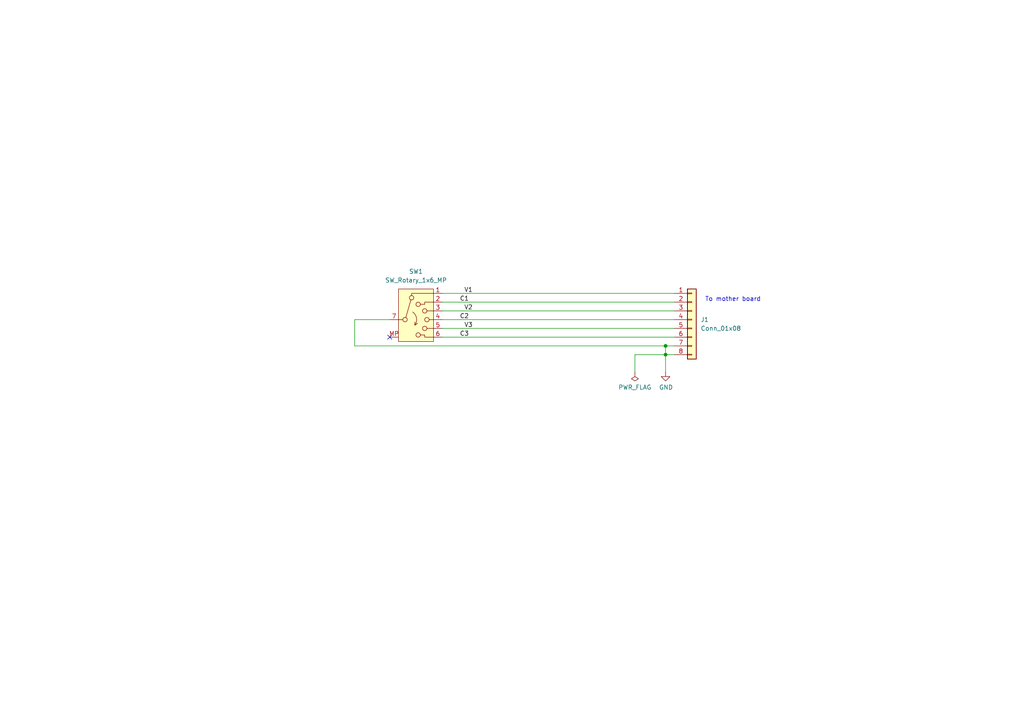
<source format=kicad_sch>
(kicad_sch (version 20231120) (generator "eeschema") (generator_version "8.0")
  (paper "A4")
  (title_block (title "Vibrato / Chorus Rotary Switch Selector") (date "2024-11-12"))
  (lib_symbols
    (symbol "Connector_Generic:Conn_01x08" (pin_names (offset 1.016) hide)
      (property "Reference" "J" (at 0 10.16 0))
      (property "Value" "Conn_01x08" (at 0 -12.7 0))
      (symbol "Conn_01x08_1_1"
        (rectangle (start -1.27 -10.033) (end 0 -10.287) (stroke (width 0.1524)))
        (rectangle (start -1.27 -7.493) (end 0 -7.747) (stroke (width 0.1524)))
        (rectangle (start -1.27 -4.953) (end 0 -5.207) (stroke (width 0.1524)))
        (rectangle (start -1.27 -2.413) (end 0 -2.667) (stroke (width 0.1524)))
        (rectangle (start -1.27 0.127) (end 0 -0.127) (stroke (width 0.1524)))
        (rectangle (start -1.27 2.667) (end 0 2.413) (stroke (width 0.1524)))
        (rectangle (start -1.27 5.207) (end 0 4.953) (stroke (width 0.1524)))
        (rectangle (start -1.27 7.747) (end 0 7.493) (stroke (width 0.1524)))
        (rectangle (start -1.27 8.89) (end 1.27 -11.43) (stroke (width 0.254)) (fill (type background)))
        (pin passive line (at -5.08 7.62 0) (length 3.81) (name "Pin_1") (number "1"))
        (pin passive line (at -5.08 5.08 0) (length 3.81) (name "Pin_2") (number "2"))
        (pin passive line (at -5.08 2.54 0) (length 3.81) (name "Pin_3") (number "3"))
        (pin passive line (at -5.08 0 0) (length 3.81) (name "Pin_4") (number "4"))
        (pin passive line (at -5.08 -2.54 0) (length 3.81) (name "Pin_5") (number "5"))
        (pin passive line (at -5.08 -5.08 0) (length 3.81) (name "Pin_6") (number "6"))
        (pin passive line (at -5.08 -7.62 0) (length 3.81) (name "Pin_7") (number "7"))
        (pin passive line (at -5.08 -10.16 0) (length 3.81) (name "Pin_8") (number "8"))
      )
    )
    (symbol "Switch:SW_Rotary_1x6_MP" (pin_names hide)
      (property "Reference" "SW" (at 0 10.16 0))
      (property "Value" "SW_Rotary_1x6_MP" (at 8.89 -7.62 0))
      (symbol "SW_Rotary_1x6_MP_0_1"
        (circle (center -3.175 0) (radius 0.635))
        (circle (center -1.27 6.35) (radius 0.635))
        (arc (start -0.3176 -1.5875) (mid 0.154 0.449) (end -0.9526 2.2225))
        (polyline (pts (xy -5.08 0) (xy -3.81 0)))
        (polyline (pts (xy -2.9464 0.6096) (xy -1.4732 5.7404)))
        (polyline (pts (xy -0.3176 -1.5875) (xy -0.3176 -1.5875)))
        (polyline (pts (xy -0.3176 -1.5875) (xy -0.3176 -0.6985)))
        (polyline (pts (xy -0.3176 -1.5875) (xy 0.4444 -1.0795)))
        (polyline (pts (xy 5.08 -2.54) (xy 3.175 -2.54)))
        (polyline (pts (xy 5.08 0) (xy 3.81 0)))
        (polyline (pts (xy 5.08 2.54) (xy 3.175 2.54)))
        (polyline (pts (xy 5.08 -5.08) (xy 2.54 -5.08) (xy 2.54 -4.445) (xy 1.27 -4.445)))
        (polyline (pts (xy 5.08 5.08) (xy 2.54 5.08) (xy 2.54 4.445) (xy 1.27 4.445)))
        (polyline (pts (xy 5.08 7.62) (xy -1.27 7.62) (xy -1.27 7.62) (xy -1.27 6.985)))
        (circle (center 0.635 -4.445) (radius 0.635))
        (circle (center 0.635 4.445) (radius 0.635))
        (circle (center 2.54 -2.54) (radius 0.635))
        (circle (center 2.54 2.54) (radius 0.635))
        (circle (center 3.175 0) (radius 0.635))
      )
      (symbol "SW_Rotary_1x6_MP_1_1"
        (polyline (pts (xy -5.08 8.89) (xy 5.08 8.89) (xy 5.08 -6.35) (xy -5.08 -6.35) (xy -5.08 8.89) (xy -5.08 8.89)) (fill (type background)))
        (pin passive line (at 7.62 7.62 180) (length 2.54) (name "") (number "1"))
        (pin passive line (at 7.62 5.08 180) (length 2.54) (name "") (number "2"))
        (pin passive line (at 7.62 2.54 180) (length 2.54) (name "") (number "3"))
        (pin passive line (at 7.62 0 180) (length 2.54) (name "") (number "4"))
        (pin passive line (at 7.62 -2.54 180) (length 2.54) (name "") (number "5"))
        (pin passive line (at 7.62 -5.08 180) (length 2.54) (name "") (number "6"))
        (pin passive line (at -7.62 0 0) (length 2.54) (name "") (number "7"))
        (pin passive line (at -7.62 -5.08 0) (length 2.54) (name "") (number "MP"))
      )
    )
    (symbol "power:GND" (power) (pin_numbers hide) (pin_names (offset 0) hide)
      (property "Value" "GND" (at 0 -3.81 0))
      (symbol "GND_0_1"
        (polyline (pts (xy 0 0) (xy 0 -1.27) (xy 1.27 -1.27) (xy 0 -2.54) (xy -1.27 -1.27) (xy 0 -1.27)))
      )
      (symbol "GND_1_1"
        (pin power_in line (at 0 0 270) (length 0) (name "~") (number "1"))
      )
    )
    (symbol "power:PWR_FLAG" (power) (pin_numbers hide) (pin_names (offset 0) hide)
      (property "Value" "PWR_FLAG" (at 0 3.81 0))
      (symbol "PWR_FLAG_0_0"
        (pin power_out line (at 0 0 90) (length 0) (name "~") (number "1"))
      )
      (symbol "PWR_FLAG_0_1"
        (polyline (pts (xy 0 0) (xy 0 1.27) (xy -1.016 1.905) (xy 0 2.54) (xy 1.016 1.905) (xy 0 1.27)))
      )
    )
  )
  (junction (at 193.04 100.33))
  (junction (at 193.04 102.87))
  (no_connect (at 113.03 97.79))
  (wire (pts (xy 102.87 100.33) (xy 193.04 100.33)))
  (wire (pts (xy 102.87 92.71) (xy 102.87 100.33)))
  (wire (pts (xy 102.87 92.71) (xy 113.03 92.71)))
  (wire (pts (xy 128.27 87.63) (xy 195.58 87.63)))
  (wire (pts (xy 128.27 85.09) (xy 195.58 85.09)))
  (wire (pts (xy 128.27 97.79) (xy 195.58 97.79)))
  (wire (pts (xy 193.04 100.33) (xy 195.58 100.33)))
  (wire (pts (xy 193.04 102.87) (xy 193.04 107.95)))
  (wire (pts (xy 128.27 92.71) (xy 195.58 92.71)))
  (wire (pts (xy 184.15 107.95) (xy 184.15 102.87)))
  (wire (pts (xy 184.15 102.87) (xy 193.04 102.87)))
  (wire (pts (xy 195.58 95.25) (xy 128.27 95.25)))
  (wire (pts (xy 195.58 102.87) (xy 193.04 102.87)))
  (wire (pts (xy 195.58 90.17) (xy 128.27 90.17)))
  (wire (pts (xy 193.04 102.87) (xy 193.04 100.33)))
  (text "To mother board" (at 212.598 86.868 0) (effects (font (size 1.27 1.27))))
  (label "C1" (at 133.35 87.63 0))
  (label "C3" (at 133.35 97.79 0))
  (label "V1" (at 134.62 85.09 0))
  (label "V3" (at 134.62 95.25 0))
  (label "V2" (at 134.62 90.17 0))
  (label "C2" (at 133.35 92.71 0))
  (symbol (lib_id "power:GND") (at 193.04 107.95 0) (unit 1)
    (property "Reference" "#PWR01" (effects (hide yes)))
    (property "Value" "GND" (at 193.167 112.3442 0))
    (property "Description" "Power symbol creates a global label with name \"GND\" , ground" (effects (hide yes)))
  )
  (symbol (lib_id "power:PWR_FLAG") (at 184.15 107.95 0) (mirror x) (unit 1)
    (property "Reference" "#FLG01" (effects (hide yes)))
    (property "Value" "PWR_FLAG" (at 184.15 112.3442 0))
    (property "Description" "Special symbol for telling ERC where power comes from" (effects (hide yes)))
  )
  (symbol (lib_id "Connector_Generic:Conn_01x08") (at 200.66 92.71 0) (unit 1)
    (property "Reference" "J1" (at 203.2 92.7099 0) (effects (justify left)))
    (property "Value" "Conn_01x08" (at 203.2 95.2499 0) (effects (justify left)))
    (property "Description" "Generic connector, single row, 01x08, script generated (kicad-library-utils/schlib/autogen/connector/)" (effects (hide yes)))
  )
  (symbol (lib_id "Switch:SW_Rotary_1x6_MP") (at 120.65 92.71 0) (unit 1)
    (property "Reference" "SW1" (at 120.65 78.74 0))
    (property "Value" "SW_Rotary_1x6_MP" (at 120.65 81.28 0))
    (property "Description" "Rotary switch 1x6, SP6T with mount point" (effects (hide yes)))
  )
)
</source>
